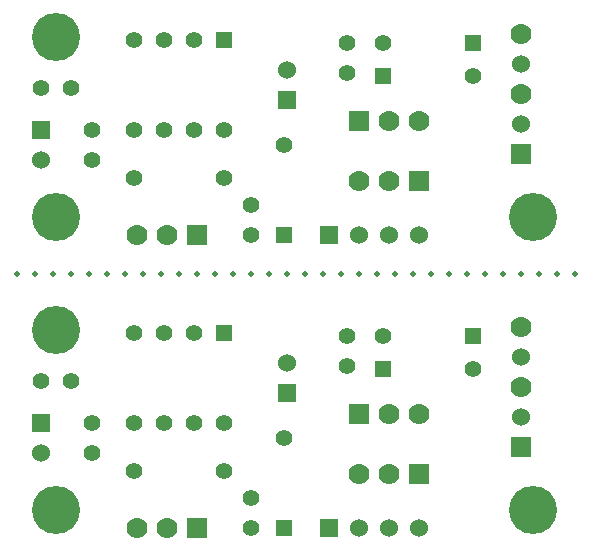
<source format=gts>
G04 (created by PCBNEW (2013-june-11)-stable) date Sun 05 Oct 2014 09:11:59 PM EDT*
%MOIN*%
G04 Gerber Fmt 3.4, Leading zero omitted, Abs format*
%FSLAX34Y34*%
G01*
G70*
G90*
G04 APERTURE LIST*
%ADD10C,0.00590551*%
%ADD11R,0.07X0.07*%
%ADD12C,0.07*%
%ADD13C,0.06*%
%ADD14C,0.02*%
%ADD15R,0.055X0.055*%
%ADD16C,0.055*%
%ADD17C,0.16*%
%ADD18R,0.06X0.06*%
G04 APERTURE END LIST*
G54D10*
G54D11*
X14400Y-16300D03*
G54D12*
X12400Y-16300D03*
X13400Y-16300D03*
X25200Y-11600D03*
G54D11*
X25200Y-13600D03*
G54D12*
X25200Y-9600D03*
G54D13*
X25200Y-12600D03*
X25200Y-10600D03*
G54D14*
X18000Y-17600D03*
X18600Y-17600D03*
X19800Y-17600D03*
X19200Y-17600D03*
X21600Y-17600D03*
X22200Y-17600D03*
X21000Y-17600D03*
X20400Y-17600D03*
X25200Y-17600D03*
X25800Y-17600D03*
X27000Y-17600D03*
X26400Y-17600D03*
X24000Y-17600D03*
X24600Y-17600D03*
X23400Y-17600D03*
X22800Y-17600D03*
X13200Y-17600D03*
X13800Y-17600D03*
X15000Y-17600D03*
X14400Y-17600D03*
X16800Y-17600D03*
X17400Y-17600D03*
X16200Y-17600D03*
X15600Y-17600D03*
X10800Y-17600D03*
X11400Y-17600D03*
X12600Y-17600D03*
X12000Y-17600D03*
X9600Y-17600D03*
X10200Y-17600D03*
X9000Y-17600D03*
X8400Y-17600D03*
G54D11*
X19800Y-12500D03*
G54D12*
X21800Y-12500D03*
X20800Y-12500D03*
X19800Y-14500D03*
X20800Y-14500D03*
G54D11*
X21800Y-14500D03*
G54D15*
X15300Y-9800D03*
G54D16*
X14300Y-9800D03*
X13300Y-9800D03*
X12300Y-9800D03*
X12300Y-12800D03*
X13300Y-12800D03*
X14300Y-12800D03*
X15300Y-12800D03*
G54D15*
X23600Y-9900D03*
G54D16*
X20600Y-9900D03*
G54D15*
X20600Y-11000D03*
G54D16*
X23600Y-11000D03*
X10900Y-13800D03*
X10900Y-12800D03*
X19400Y-9900D03*
X19400Y-10900D03*
X12300Y-14400D03*
X15300Y-14400D03*
G54D15*
X17300Y-16300D03*
G54D16*
X17300Y-13300D03*
X9200Y-11400D03*
X10200Y-11400D03*
G54D17*
X9700Y-9700D03*
G54D18*
X9200Y-12800D03*
G54D13*
X9200Y-13800D03*
G54D17*
X25600Y-15700D03*
X9700Y-15700D03*
G54D18*
X17400Y-11800D03*
G54D13*
X17400Y-10800D03*
G54D18*
X18800Y-16300D03*
G54D13*
X19800Y-16300D03*
X20800Y-16300D03*
X21800Y-16300D03*
G54D16*
X16200Y-15300D03*
X16200Y-16300D03*
G54D11*
X14400Y-26083D03*
G54D12*
X12400Y-26083D03*
X13400Y-26083D03*
X25200Y-21383D03*
G54D11*
X25200Y-23383D03*
G54D12*
X25200Y-19383D03*
G54D13*
X25200Y-22383D03*
X25200Y-20383D03*
G54D11*
X19800Y-22283D03*
G54D12*
X21800Y-22283D03*
X20800Y-22283D03*
X19800Y-24283D03*
X20800Y-24283D03*
G54D11*
X21800Y-24283D03*
G54D15*
X15300Y-19583D03*
G54D16*
X14300Y-19583D03*
X13300Y-19583D03*
X12300Y-19583D03*
X12300Y-22583D03*
X13300Y-22583D03*
X14300Y-22583D03*
X15300Y-22583D03*
G54D15*
X23600Y-19683D03*
G54D16*
X20600Y-19683D03*
G54D15*
X20600Y-20783D03*
G54D16*
X23600Y-20783D03*
X10900Y-23583D03*
X10900Y-22583D03*
X19400Y-19683D03*
X19400Y-20683D03*
X12300Y-24183D03*
X15300Y-24183D03*
G54D15*
X17300Y-26083D03*
G54D16*
X17300Y-23083D03*
X9200Y-21183D03*
X10200Y-21183D03*
G54D17*
X9700Y-19483D03*
G54D18*
X9200Y-22583D03*
G54D13*
X9200Y-23583D03*
G54D17*
X25600Y-25483D03*
X9700Y-25483D03*
G54D18*
X17400Y-21583D03*
G54D13*
X17400Y-20583D03*
G54D18*
X18800Y-26083D03*
G54D13*
X19800Y-26083D03*
X20800Y-26083D03*
X21800Y-26083D03*
G54D16*
X16200Y-25083D03*
X16200Y-26083D03*
M02*

</source>
